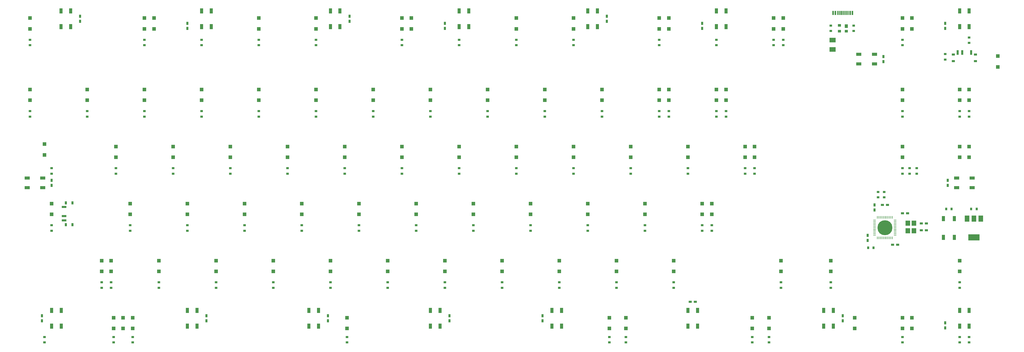
<source format=gbp>
G04 #@! TF.GenerationSoftware,KiCad,Pcbnew,(5.0.2)-1*
G04 #@! TF.CreationDate,2019-04-06T01:42:29-07:00*
G04 #@! TF.ProjectId,Voyager87,566f7961-6765-4723-9837-2e6b69636164,rev?*
G04 #@! TF.SameCoordinates,Original*
G04 #@! TF.FileFunction,Paste,Bot*
G04 #@! TF.FilePolarity,Positive*
%FSLAX46Y46*%
G04 Gerber Fmt 4.6, Leading zero omitted, Abs format (unit mm)*
G04 Created by KiCad (PCBNEW (5.0.2)-1) date 4/6/2019 1:42:29 AM*
%MOMM*%
%LPD*%
G01*
G04 APERTURE LIST*
%ADD10R,1.000000X1.200000*%
%ADD11R,1.000000X0.900000*%
%ADD12R,0.300000X1.450000*%
%ADD13R,0.600000X1.450000*%
%ADD14R,1.500000X2.000000*%
%ADD15R,3.800000X2.000000*%
%ADD16R,1.100000X1.800000*%
%ADD17R,0.700000X1.500000*%
%ADD18R,1.000000X0.800000*%
%ADD19R,0.800000X1.000000*%
%ADD20R,1.500000X0.700000*%
%ADD21R,1.000000X0.750000*%
%ADD22R,0.750000X1.000000*%
%ADD23R,1.200000X1.200000*%
%ADD24R,2.030000X1.650000*%
%ADD25R,0.900000X0.800000*%
%ADD26R,0.800000X0.900000*%
%ADD27R,1.500000X1.700000*%
%ADD28R,1.000000X1.800000*%
%ADD29R,1.800000X1.000000*%
%ADD30O,1.000000X0.250000*%
%ADD31O,0.250000X1.000000*%
%ADD32C,5.000000*%
G04 APERTURE END LIST*
D10*
G04 #@! TO.C,U2*
X327413000Y-39731250D03*
D11*
X325113000Y-39531250D03*
X327413000Y-41431250D03*
X325113000Y-41431250D03*
G04 #@! TD*
D12*
G04 #@! TO.C,USB1*
X325981250Y-35382125D03*
X326481250Y-35382125D03*
X326981250Y-35382125D03*
X325481250Y-35382125D03*
X327481250Y-35382125D03*
X324981250Y-35382125D03*
X327981250Y-35382125D03*
X324481250Y-35382125D03*
D13*
X323781250Y-35382125D03*
X328681250Y-35382125D03*
X323006250Y-35382125D03*
X329456250Y-35382125D03*
G04 #@! TD*
D14*
G04 #@! TO.C,Q1*
X367587500Y-104006250D03*
X372187500Y-104006250D03*
X369887500Y-104006250D03*
D15*
X369887500Y-110306250D03*
G04 #@! TD*
D16*
G04 #@! TO.C,SW1*
X363403125Y-110256250D03*
X359703125Y-104056250D03*
X359703125Y-110256250D03*
X363403125Y-104056250D03*
G04 #@! TD*
D17*
G04 #@! TO.C,SW2*
X368962500Y-48576250D03*
X365962500Y-48576250D03*
X364462500Y-48576250D03*
D18*
X370362500Y-51436250D03*
X363062500Y-51436250D03*
X363062500Y-49226250D03*
X370362500Y-49226250D03*
G04 #@! TD*
D19*
G04 #@! TO.C,SW3*
X67482500Y-98743750D03*
X67482500Y-106043750D03*
X69692500Y-106043750D03*
X69692500Y-98743750D03*
D20*
X66832500Y-104643750D03*
X66832500Y-103143750D03*
X66832500Y-100143750D03*
G04 #@! TD*
D21*
G04 #@! TO.C,C2*
X341083000Y-99441000D03*
X339383000Y-99441000D03*
G04 #@! TD*
G04 #@! TO.C,C3*
X354037000Y-107950000D03*
X352337000Y-107950000D03*
G04 #@! TD*
G04 #@! TO.C,C4*
X354037000Y-105664000D03*
X352337000Y-105664000D03*
G04 #@! TD*
D22*
G04 #@! TO.C,C5*
X336804000Y-99480000D03*
X336804000Y-101180000D03*
G04 #@! TD*
G04 #@! TO.C,C6*
X334518000Y-109640000D03*
X334518000Y-111340000D03*
G04 #@! TD*
D21*
G04 #@! TO.C,C7*
X344512000Y-112776000D03*
X342812000Y-112776000D03*
G04 #@! TD*
G04 #@! TO.C,C8*
X346114000Y-102235000D03*
X347814000Y-102235000D03*
G04 #@! TD*
D22*
G04 #@! TO.C,CRGB1*
X360362500Y-40537500D03*
X360362500Y-38837500D03*
G04 #@! TD*
G04 #@! TO.C,CRGB2*
X339725000Y-51650000D03*
X339725000Y-49950000D03*
G04 #@! TD*
G04 #@! TO.C,CRGB3*
X279400000Y-40537500D03*
X279400000Y-38837500D03*
G04 #@! TD*
G04 #@! TO.C,CRGB4*
X247650000Y-36456250D03*
X247650000Y-38156250D03*
G04 #@! TD*
G04 #@! TO.C,CRGB5*
X193675000Y-40537500D03*
X193675000Y-38837500D03*
G04 #@! TD*
G04 #@! TO.C,CRGB6*
X161925000Y-38156250D03*
X161925000Y-36456250D03*
G04 #@! TD*
G04 #@! TO.C,CRGB7*
X107950000Y-40537500D03*
X107950000Y-38837500D03*
G04 #@! TD*
G04 #@! TO.C,CRGB8*
X72231250Y-38156250D03*
X72231250Y-36456250D03*
G04 #@! TD*
G04 #@! TO.C,CRGB9*
X62706250Y-92925000D03*
X62706250Y-91225000D03*
G04 #@! TD*
G04 #@! TO.C,CRGB10*
X59531250Y-136468750D03*
X59531250Y-138168750D03*
G04 #@! TD*
G04 #@! TO.C,CRGB11*
X114300000Y-136468750D03*
X114300000Y-138168750D03*
G04 #@! TD*
G04 #@! TO.C,CRGB12*
X154781250Y-136468750D03*
X154781250Y-138168750D03*
G04 #@! TD*
G04 #@! TO.C,CRGB13*
X195262500Y-138168750D03*
X195262500Y-136468750D03*
G04 #@! TD*
G04 #@! TO.C,CRGB14*
X226218750Y-136468750D03*
X226218750Y-138168750D03*
G04 #@! TD*
D21*
G04 #@! TO.C,CRGB15*
X275375000Y-131762500D03*
X277075000Y-131762500D03*
G04 #@! TD*
D22*
G04 #@! TO.C,CRGB16*
X326231250Y-138168750D03*
X326231250Y-136468750D03*
G04 #@! TD*
G04 #@! TO.C,CRGB17*
X360362500Y-138850000D03*
X360362500Y-140550000D03*
G04 #@! TD*
G04 #@! TO.C,CRGB18*
X361156250Y-91225000D03*
X361156250Y-92925000D03*
G04 #@! TD*
D23*
G04 #@! TO.C,D1*
X55562500Y-37093750D03*
X55562500Y-40693750D03*
G04 #@! TD*
G04 #@! TO.C,D2*
X93662500Y-37093750D03*
X93662500Y-40693750D03*
G04 #@! TD*
G04 #@! TO.C,D3*
X96837500Y-37093750D03*
X96837500Y-40693750D03*
G04 #@! TD*
G04 #@! TO.C,D4*
X131762500Y-37093750D03*
X131762500Y-40693750D03*
G04 #@! TD*
G04 #@! TO.C,D5*
X150812500Y-40693750D03*
X150812500Y-37093750D03*
G04 #@! TD*
G04 #@! TO.C,D6*
X179387500Y-37093750D03*
X179387500Y-40693750D03*
G04 #@! TD*
G04 #@! TO.C,D7*
X182562500Y-37093750D03*
X182562500Y-40693750D03*
G04 #@! TD*
G04 #@! TO.C,D8*
X217487500Y-37093750D03*
X217487500Y-40693750D03*
G04 #@! TD*
G04 #@! TO.C,D9*
X236537500Y-40693750D03*
X236537500Y-37093750D03*
G04 #@! TD*
G04 #@! TO.C,D10*
X265112500Y-37093750D03*
X265112500Y-40693750D03*
G04 #@! TD*
G04 #@! TO.C,D11*
X268287500Y-40693750D03*
X268287500Y-37093750D03*
G04 #@! TD*
G04 #@! TO.C,D12*
X303212500Y-40693750D03*
X303212500Y-37093750D03*
G04 #@! TD*
G04 #@! TO.C,D13*
X306387500Y-40693750D03*
X306387500Y-37093750D03*
G04 #@! TD*
G04 #@! TO.C,D14*
X79375000Y-118056250D03*
X79375000Y-121656250D03*
G04 #@! TD*
G04 #@! TO.C,D17*
X55562500Y-60906250D03*
X55562500Y-64506250D03*
G04 #@! TD*
G04 #@! TO.C,D18*
X74612500Y-60906250D03*
X74612500Y-64506250D03*
G04 #@! TD*
G04 #@! TO.C,D19*
X93662500Y-60906250D03*
X93662500Y-64506250D03*
G04 #@! TD*
G04 #@! TO.C,D20*
X112712500Y-60906250D03*
X112712500Y-64506250D03*
G04 #@! TD*
G04 #@! TO.C,D21*
X131762500Y-60906250D03*
X131762500Y-64506250D03*
G04 #@! TD*
G04 #@! TO.C,D22*
X150812500Y-64506250D03*
X150812500Y-60906250D03*
G04 #@! TD*
G04 #@! TO.C,D23*
X169862500Y-60906250D03*
X169862500Y-64506250D03*
G04 #@! TD*
G04 #@! TO.C,D24*
X188912500Y-64506250D03*
X188912500Y-60906250D03*
G04 #@! TD*
G04 #@! TO.C,D25*
X207962500Y-64506250D03*
X207962500Y-60906250D03*
G04 #@! TD*
G04 #@! TO.C,D26*
X227012500Y-60906250D03*
X227012500Y-64506250D03*
G04 #@! TD*
G04 #@! TO.C,D27*
X246062500Y-64506250D03*
X246062500Y-60906250D03*
G04 #@! TD*
G04 #@! TO.C,D28*
X265112500Y-64506250D03*
X265112500Y-60906250D03*
G04 #@! TD*
G04 #@! TO.C,D29*
X268287500Y-60906250D03*
X268287500Y-64506250D03*
G04 #@! TD*
G04 #@! TO.C,D30*
X287337500Y-60906250D03*
X287337500Y-64506250D03*
G04 #@! TD*
G04 #@! TO.C,D31*
X284162500Y-60906250D03*
X284162500Y-64506250D03*
G04 #@! TD*
G04 #@! TO.C,D35*
X60325000Y-82762500D03*
X60325000Y-79162500D03*
G04 #@! TD*
G04 #@! TO.C,D36*
X84137500Y-79956250D03*
X84137500Y-83556250D03*
G04 #@! TD*
G04 #@! TO.C,D37*
X103187500Y-83556250D03*
X103187500Y-79956250D03*
G04 #@! TD*
G04 #@! TO.C,D38*
X122237500Y-83556250D03*
X122237500Y-79956250D03*
G04 #@! TD*
G04 #@! TO.C,D39*
X141287500Y-83556250D03*
X141287500Y-79956250D03*
G04 #@! TD*
G04 #@! TO.C,D40*
X160337500Y-83556250D03*
X160337500Y-79956250D03*
G04 #@! TD*
G04 #@! TO.C,D41*
X179387500Y-83556250D03*
X179387500Y-79956250D03*
G04 #@! TD*
G04 #@! TO.C,D42*
X198437500Y-83556250D03*
X198437500Y-79956250D03*
G04 #@! TD*
G04 #@! TO.C,D43*
X217487500Y-79956250D03*
X217487500Y-83556250D03*
G04 #@! TD*
G04 #@! TO.C,D44*
X236537500Y-83556250D03*
X236537500Y-79956250D03*
G04 #@! TD*
G04 #@! TO.C,D45*
X255587500Y-79956250D03*
X255587500Y-83556250D03*
G04 #@! TD*
G04 #@! TO.C,D46*
X274637500Y-83556250D03*
X274637500Y-79956250D03*
G04 #@! TD*
G04 #@! TO.C,D47*
X293687500Y-79956250D03*
X293687500Y-83556250D03*
G04 #@! TD*
G04 #@! TO.C,D48*
X296862500Y-83556250D03*
X296862500Y-79956250D03*
G04 #@! TD*
G04 #@! TO.C,D52*
X62706250Y-102606250D03*
X62706250Y-99006250D03*
G04 #@! TD*
G04 #@! TO.C,D53*
X88900000Y-99006250D03*
X88900000Y-102606250D03*
G04 #@! TD*
G04 #@! TO.C,D54*
X107950000Y-99006250D03*
X107950000Y-102606250D03*
G04 #@! TD*
G04 #@! TO.C,D55*
X127000000Y-102606250D03*
X127000000Y-99006250D03*
G04 #@! TD*
G04 #@! TO.C,D56*
X146050000Y-102606250D03*
X146050000Y-99006250D03*
G04 #@! TD*
G04 #@! TO.C,D57*
X165100000Y-102606250D03*
X165100000Y-99006250D03*
G04 #@! TD*
G04 #@! TO.C,D58*
X184150000Y-102606250D03*
X184150000Y-99006250D03*
G04 #@! TD*
G04 #@! TO.C,D59*
X203200000Y-102606250D03*
X203200000Y-99006250D03*
G04 #@! TD*
G04 #@! TO.C,D60*
X222250000Y-99006250D03*
X222250000Y-102606250D03*
G04 #@! TD*
G04 #@! TO.C,D61*
X241300000Y-102606250D03*
X241300000Y-99006250D03*
G04 #@! TD*
G04 #@! TO.C,D62*
X260350000Y-102606250D03*
X260350000Y-99006250D03*
G04 #@! TD*
G04 #@! TO.C,D63*
X279400000Y-99006250D03*
X279400000Y-102606250D03*
G04 #@! TD*
G04 #@! TO.C,D65*
X282575000Y-102606250D03*
X282575000Y-99006250D03*
G04 #@! TD*
G04 #@! TO.C,D66*
X322262500Y-118056250D03*
X322262500Y-121656250D03*
G04 #@! TD*
G04 #@! TO.C,D67*
X82550000Y-118056250D03*
X82550000Y-121656250D03*
G04 #@! TD*
G04 #@! TO.C,D68*
X98425000Y-118056250D03*
X98425000Y-121656250D03*
G04 #@! TD*
G04 #@! TO.C,D69*
X117475000Y-121656250D03*
X117475000Y-118056250D03*
G04 #@! TD*
G04 #@! TO.C,D70*
X136525000Y-121656250D03*
X136525000Y-118056250D03*
G04 #@! TD*
G04 #@! TO.C,D71*
X155575000Y-121656250D03*
X155575000Y-118056250D03*
G04 #@! TD*
G04 #@! TO.C,D72*
X174625000Y-118056250D03*
X174625000Y-121656250D03*
G04 #@! TD*
G04 #@! TO.C,D73*
X193675000Y-118056250D03*
X193675000Y-121656250D03*
G04 #@! TD*
G04 #@! TO.C,D74*
X212725000Y-121656250D03*
X212725000Y-118056250D03*
G04 #@! TD*
G04 #@! TO.C,D75*
X231775000Y-121656250D03*
X231775000Y-118056250D03*
G04 #@! TD*
G04 #@! TO.C,D76*
X250825000Y-121656250D03*
X250825000Y-118056250D03*
G04 #@! TD*
G04 #@! TO.C,D77*
X269875000Y-118056250D03*
X269875000Y-121656250D03*
G04 #@! TD*
G04 #@! TO.C,D78*
X305593750Y-121656250D03*
X305593750Y-118056250D03*
G04 #@! TD*
G04 #@! TO.C,D81*
X296068750Y-140706250D03*
X296068750Y-137106250D03*
G04 #@! TD*
G04 #@! TO.C,D82*
X301625000Y-140706250D03*
X301625000Y-137106250D03*
G04 #@! TD*
G04 #@! TO.C,D84*
X86518750Y-140706250D03*
X86518750Y-137106250D03*
G04 #@! TD*
G04 #@! TO.C,D85*
X83343750Y-140706250D03*
X83343750Y-137106250D03*
G04 #@! TD*
G04 #@! TO.C,D86*
X89693750Y-137106250D03*
X89693750Y-140706250D03*
G04 #@! TD*
G04 #@! TO.C,D87*
X161131250Y-137106250D03*
X161131250Y-140706250D03*
G04 #@! TD*
G04 #@! TO.C,D90*
X248443750Y-140706250D03*
X248443750Y-137106250D03*
G04 #@! TD*
G04 #@! TO.C,D91*
X254000000Y-137106250D03*
X254000000Y-140706250D03*
G04 #@! TD*
G04 #@! TO.C,D92*
X346075000Y-40693750D03*
X346075000Y-37093750D03*
G04 #@! TD*
G04 #@! TO.C,D93*
X349250000Y-37093750D03*
X349250000Y-40693750D03*
G04 #@! TD*
G04 #@! TO.C,D94*
X377825000Y-49793750D03*
X377825000Y-53393750D03*
G04 #@! TD*
G04 #@! TO.C,D95*
X346075000Y-64506250D03*
X346075000Y-60906250D03*
G04 #@! TD*
G04 #@! TO.C,D96*
X365125000Y-60906250D03*
X365125000Y-64506250D03*
G04 #@! TD*
G04 #@! TO.C,D97*
X368300000Y-64506250D03*
X368300000Y-60906250D03*
G04 #@! TD*
G04 #@! TO.C,D99*
X346075000Y-79956250D03*
X346075000Y-83556250D03*
G04 #@! TD*
G04 #@! TO.C,D100*
X365125000Y-79956250D03*
X365125000Y-83556250D03*
G04 #@! TD*
G04 #@! TO.C,D101*
X368300000Y-79956250D03*
X368300000Y-83556250D03*
G04 #@! TD*
G04 #@! TO.C,D108*
X365125000Y-118056250D03*
X365125000Y-121656250D03*
G04 #@! TD*
G04 #@! TO.C,D111*
X330200000Y-137106250D03*
X330200000Y-140706250D03*
G04 #@! TD*
G04 #@! TO.C,D112*
X349250000Y-140706250D03*
X349250000Y-137106250D03*
G04 #@! TD*
G04 #@! TO.C,D113*
X346075000Y-137106250D03*
X346075000Y-140706250D03*
G04 #@! TD*
D24*
G04 #@! TO.C,F1*
X322834000Y-44394000D03*
X322834000Y-47554000D03*
G04 #@! TD*
D25*
G04 #@! TO.C,R1*
X55562500Y-44343750D03*
X55562500Y-46143750D03*
G04 #@! TD*
G04 #@! TO.C,R2*
X93662500Y-46143750D03*
X93662500Y-44343750D03*
G04 #@! TD*
G04 #@! TO.C,R3*
X112712500Y-44343750D03*
X112712500Y-46143750D03*
G04 #@! TD*
G04 #@! TO.C,R4*
X131762500Y-46143750D03*
X131762500Y-44343750D03*
G04 #@! TD*
G04 #@! TO.C,R5*
X150812500Y-46143750D03*
X150812500Y-44343750D03*
G04 #@! TD*
G04 #@! TO.C,R6*
X179387500Y-44343750D03*
X179387500Y-46143750D03*
G04 #@! TD*
G04 #@! TO.C,R7*
X198437500Y-44343750D03*
X198437500Y-46143750D03*
G04 #@! TD*
G04 #@! TO.C,R8*
X217487500Y-46143750D03*
X217487500Y-44343750D03*
G04 #@! TD*
G04 #@! TO.C,R9*
X236537500Y-44343750D03*
X236537500Y-46143750D03*
G04 #@! TD*
G04 #@! TO.C,R10*
X265112500Y-46143750D03*
X265112500Y-44343750D03*
G04 #@! TD*
G04 #@! TO.C,R11*
X284162500Y-44343750D03*
X284162500Y-46143750D03*
G04 #@! TD*
G04 #@! TO.C,R12*
X303212500Y-44343750D03*
X303212500Y-46143750D03*
G04 #@! TD*
G04 #@! TO.C,R13*
X306387500Y-44343750D03*
X306387500Y-46143750D03*
G04 #@! TD*
G04 #@! TO.C,R14*
X79375000Y-127106250D03*
X79375000Y-125306250D03*
G04 #@! TD*
G04 #@! TO.C,R16*
X346075000Y-44343750D03*
X346075000Y-46143750D03*
G04 #@! TD*
G04 #@! TO.C,R17*
X55562500Y-69956250D03*
X55562500Y-68156250D03*
G04 #@! TD*
G04 #@! TO.C,R18*
X74612500Y-69956250D03*
X74612500Y-68156250D03*
G04 #@! TD*
G04 #@! TO.C,R19*
X93662500Y-69956250D03*
X93662500Y-68156250D03*
G04 #@! TD*
G04 #@! TO.C,R20*
X112712500Y-68156250D03*
X112712500Y-69956250D03*
G04 #@! TD*
G04 #@! TO.C,R21*
X131762500Y-69956250D03*
X131762500Y-68156250D03*
G04 #@! TD*
G04 #@! TO.C,R22*
X150812500Y-68156250D03*
X150812500Y-69956250D03*
G04 #@! TD*
G04 #@! TO.C,R23*
X169862500Y-69956250D03*
X169862500Y-68156250D03*
G04 #@! TD*
G04 #@! TO.C,R24*
X188912500Y-68156250D03*
X188912500Y-69956250D03*
G04 #@! TD*
G04 #@! TO.C,R25*
X207962500Y-69956250D03*
X207962500Y-68156250D03*
G04 #@! TD*
G04 #@! TO.C,R26*
X227012500Y-68156250D03*
X227012500Y-69956250D03*
G04 #@! TD*
G04 #@! TO.C,R27*
X246062500Y-69956250D03*
X246062500Y-68156250D03*
G04 #@! TD*
G04 #@! TO.C,R28*
X265112500Y-68156250D03*
X265112500Y-69956250D03*
G04 #@! TD*
G04 #@! TO.C,R29*
X268287500Y-69956250D03*
X268287500Y-68156250D03*
G04 #@! TD*
G04 #@! TO.C,R30*
X287337500Y-69956250D03*
X287337500Y-68156250D03*
G04 #@! TD*
G04 #@! TO.C,R31*
X284162500Y-68156250D03*
X284162500Y-69956250D03*
G04 #@! TD*
G04 #@! TO.C,R32*
X360362500Y-50906250D03*
X360362500Y-49106250D03*
G04 #@! TD*
G04 #@! TO.C,R33*
X368300000Y-43550000D03*
X368300000Y-45350000D03*
G04 #@! TD*
G04 #@! TO.C,R35*
X62706250Y-89006250D03*
X62706250Y-87206250D03*
G04 #@! TD*
G04 #@! TO.C,R36*
X84137500Y-87206250D03*
X84137500Y-89006250D03*
G04 #@! TD*
G04 #@! TO.C,R37*
X103187500Y-89006250D03*
X103187500Y-87206250D03*
G04 #@! TD*
G04 #@! TO.C,R38*
X122237500Y-87206250D03*
X122237500Y-89006250D03*
G04 #@! TD*
G04 #@! TO.C,R39*
X141287500Y-89006250D03*
X141287500Y-87206250D03*
G04 #@! TD*
G04 #@! TO.C,R40*
X160337500Y-87206250D03*
X160337500Y-89006250D03*
G04 #@! TD*
G04 #@! TO.C,R41*
X179387500Y-89006250D03*
X179387500Y-87206250D03*
G04 #@! TD*
G04 #@! TO.C,R42*
X198437500Y-87206250D03*
X198437500Y-89006250D03*
G04 #@! TD*
G04 #@! TO.C,R43*
X217487500Y-87206250D03*
X217487500Y-89006250D03*
G04 #@! TD*
G04 #@! TO.C,R44*
X236537500Y-89006250D03*
X236537500Y-87206250D03*
G04 #@! TD*
G04 #@! TO.C,R45*
X255587500Y-87206250D03*
X255587500Y-89006250D03*
G04 #@! TD*
G04 #@! TO.C,R46*
X274637500Y-89006250D03*
X274637500Y-87206250D03*
G04 #@! TD*
G04 #@! TO.C,R47*
X293687500Y-87206250D03*
X293687500Y-89006250D03*
G04 #@! TD*
G04 #@! TO.C,R48*
X296862500Y-89006250D03*
X296862500Y-87206250D03*
G04 #@! TD*
G04 #@! TO.C,R52*
X62706250Y-106256250D03*
X62706250Y-108056250D03*
G04 #@! TD*
G04 #@! TO.C,R53*
X88900000Y-108056250D03*
X88900000Y-106256250D03*
G04 #@! TD*
G04 #@! TO.C,R54*
X107950000Y-106256250D03*
X107950000Y-108056250D03*
G04 #@! TD*
G04 #@! TO.C,R55*
X127000000Y-108056250D03*
X127000000Y-106256250D03*
G04 #@! TD*
G04 #@! TO.C,R56*
X146050000Y-106256250D03*
X146050000Y-108056250D03*
G04 #@! TD*
G04 #@! TO.C,R57*
X165100000Y-108056250D03*
X165100000Y-106256250D03*
G04 #@! TD*
G04 #@! TO.C,R58*
X184150000Y-106256250D03*
X184150000Y-108056250D03*
G04 #@! TD*
G04 #@! TO.C,R59*
X203200000Y-108056250D03*
X203200000Y-106256250D03*
G04 #@! TD*
G04 #@! TO.C,R60*
X222250000Y-106256250D03*
X222250000Y-108056250D03*
G04 #@! TD*
G04 #@! TO.C,R61*
X241300000Y-108056250D03*
X241300000Y-106256250D03*
G04 #@! TD*
G04 #@! TO.C,R62*
X260350000Y-106256250D03*
X260350000Y-108056250D03*
G04 #@! TD*
G04 #@! TO.C,R63*
X279400000Y-108056250D03*
X279400000Y-106256250D03*
G04 #@! TD*
G04 #@! TO.C,R65*
X282575000Y-106256250D03*
X282575000Y-108056250D03*
G04 #@! TD*
G04 #@! TO.C,R66*
X322262500Y-125306250D03*
X322262500Y-127106250D03*
G04 #@! TD*
G04 #@! TO.C,R67*
X82550000Y-125306250D03*
X82550000Y-127106250D03*
G04 #@! TD*
G04 #@! TO.C,R68*
X98425000Y-127106250D03*
X98425000Y-125306250D03*
G04 #@! TD*
G04 #@! TO.C,R69*
X117475000Y-125306250D03*
X117475000Y-127106250D03*
G04 #@! TD*
G04 #@! TO.C,R70*
X136525000Y-125306250D03*
X136525000Y-127106250D03*
G04 #@! TD*
G04 #@! TO.C,R71*
X155575000Y-127106250D03*
X155575000Y-125306250D03*
G04 #@! TD*
G04 #@! TO.C,R72*
X174625000Y-125306250D03*
X174625000Y-127106250D03*
G04 #@! TD*
G04 #@! TO.C,R73*
X193675000Y-127106250D03*
X193675000Y-125306250D03*
G04 #@! TD*
G04 #@! TO.C,R74*
X212725000Y-125306250D03*
X212725000Y-127106250D03*
G04 #@! TD*
G04 #@! TO.C,R75*
X231775000Y-127106250D03*
X231775000Y-125306250D03*
G04 #@! TD*
G04 #@! TO.C,R76*
X250825000Y-125306250D03*
X250825000Y-127106250D03*
G04 #@! TD*
G04 #@! TO.C,R77*
X269875000Y-127106250D03*
X269875000Y-125306250D03*
G04 #@! TD*
G04 #@! TO.C,R78*
X305593750Y-127106250D03*
X305593750Y-125306250D03*
G04 #@! TD*
G04 #@! TO.C,R81*
X296068750Y-145362500D03*
X296068750Y-143562500D03*
G04 #@! TD*
G04 #@! TO.C,R82*
X301625000Y-143562500D03*
X301625000Y-145362500D03*
G04 #@! TD*
G04 #@! TO.C,R84*
X60325000Y-145362500D03*
X60325000Y-143562500D03*
G04 #@! TD*
G04 #@! TO.C,R85*
X83343750Y-143562500D03*
X83343750Y-145362500D03*
G04 #@! TD*
G04 #@! TO.C,R86*
X89693750Y-145362500D03*
X89693750Y-143562500D03*
G04 #@! TD*
G04 #@! TO.C,R87*
X161131250Y-143562500D03*
X161131250Y-145362500D03*
G04 #@! TD*
G04 #@! TO.C,R90*
X248443750Y-145362500D03*
X248443750Y-143562500D03*
G04 #@! TD*
G04 #@! TO.C,R91*
X254000000Y-143562500D03*
X254000000Y-145362500D03*
G04 #@! TD*
G04 #@! TO.C,R95*
X346075000Y-69956250D03*
X346075000Y-68156250D03*
G04 #@! TD*
G04 #@! TO.C,R96*
X365125000Y-69956250D03*
X365125000Y-68156250D03*
G04 #@! TD*
G04 #@! TO.C,R97*
X368300000Y-69956250D03*
X368300000Y-68156250D03*
G04 #@! TD*
G04 #@! TO.C,R99*
X346075000Y-87206250D03*
X346075000Y-89006250D03*
G04 #@! TD*
G04 #@! TO.C,R100*
X350837500Y-89006250D03*
X350837500Y-87206250D03*
G04 #@! TD*
G04 #@! TO.C,R101*
X348456250Y-87206250D03*
X348456250Y-89006250D03*
G04 #@! TD*
G04 #@! TO.C,R108*
X365125000Y-125306250D03*
X365125000Y-127106250D03*
G04 #@! TD*
G04 #@! TO.C,R111*
X346075000Y-145362500D03*
X346075000Y-143562500D03*
G04 #@! TD*
G04 #@! TO.C,R112*
X365125000Y-143562500D03*
X365125000Y-145362500D03*
G04 #@! TD*
G04 #@! TO.C,R113*
X368300000Y-145362500D03*
X368300000Y-143562500D03*
G04 #@! TD*
G04 #@! TO.C,RC1*
X337947000Y-95112000D03*
X337947000Y-96912000D03*
G04 #@! TD*
G04 #@! TO.C,RC2*
X339979000Y-96912000D03*
X339979000Y-95112000D03*
G04 #@! TD*
D26*
G04 #@! TO.C,RC3*
X362453125Y-100806250D03*
X360653125Y-100806250D03*
G04 #@! TD*
G04 #@! TO.C,RC4*
X334634000Y-113792000D03*
X336434000Y-113792000D03*
G04 #@! TD*
G04 #@! TO.C,RC5*
X370787500Y-100806250D03*
X368987500Y-100806250D03*
G04 #@! TD*
D25*
G04 #@! TO.C,RC6*
X322262500Y-41381250D03*
X322262500Y-39581250D03*
G04 #@! TD*
G04 #@! TO.C,RC7*
X329803125Y-39581250D03*
X329803125Y-41381250D03*
G04 #@! TD*
D27*
G04 #@! TO.C,Y1*
X349869000Y-108057000D03*
X349869000Y-105557000D03*
X347869000Y-105557000D03*
X347869000Y-108057000D03*
G04 #@! TD*
D28*
G04 #@! TO.C,RGB1*
X368312500Y-39906250D03*
X365112500Y-39906250D03*
X368312500Y-34706250D03*
X365112500Y-34706250D03*
G04 #@! TD*
D29*
G04 #@! TO.C,RGB2*
X331568750Y-52400000D03*
X331568750Y-49200000D03*
X336768750Y-52400000D03*
X336768750Y-49200000D03*
G04 #@! TD*
D28*
G04 #@! TO.C,RGB3*
X287350000Y-39906250D03*
X284150000Y-39906250D03*
X287350000Y-34706250D03*
X284150000Y-34706250D03*
G04 #@! TD*
G04 #@! TO.C,RGB4*
X241287500Y-34706250D03*
X244487500Y-34706250D03*
X241287500Y-39906250D03*
X244487500Y-39906250D03*
G04 #@! TD*
G04 #@! TO.C,RGB5*
X201625000Y-39906250D03*
X198425000Y-39906250D03*
X201625000Y-34706250D03*
X198425000Y-34706250D03*
G04 #@! TD*
G04 #@! TO.C,RGB6*
X158762500Y-39906250D03*
X155562500Y-39906250D03*
X158762500Y-34706250D03*
X155562500Y-34706250D03*
G04 #@! TD*
G04 #@! TO.C,RGB7*
X115900000Y-39906250D03*
X112700000Y-39906250D03*
X115900000Y-34706250D03*
X112700000Y-34706250D03*
G04 #@! TD*
G04 #@! TO.C,RGB8*
X69068750Y-39906250D03*
X65868750Y-39906250D03*
X69068750Y-34706250D03*
X65868750Y-34706250D03*
G04 #@! TD*
D29*
G04 #@! TO.C,RGB9*
X59750000Y-90475000D03*
X59750000Y-93675000D03*
X54550000Y-90475000D03*
X54550000Y-93675000D03*
G04 #@! TD*
D28*
G04 #@! TO.C,RGB10*
X62693750Y-134718750D03*
X65893750Y-134718750D03*
X62693750Y-139918750D03*
X65893750Y-139918750D03*
G04 #@! TD*
G04 #@! TO.C,RGB11*
X107937500Y-134718750D03*
X111137500Y-134718750D03*
X107937500Y-139918750D03*
X111137500Y-139918750D03*
G04 #@! TD*
G04 #@! TO.C,RGB12*
X148418750Y-134718750D03*
X151618750Y-134718750D03*
X148418750Y-139918750D03*
X151618750Y-139918750D03*
G04 #@! TD*
G04 #@! TO.C,RGB13*
X192100000Y-139918750D03*
X188900000Y-139918750D03*
X192100000Y-134718750D03*
X188900000Y-134718750D03*
G04 #@! TD*
G04 #@! TO.C,RGB14*
X229381250Y-134718750D03*
X232581250Y-134718750D03*
X229381250Y-139918750D03*
X232581250Y-139918750D03*
G04 #@! TD*
G04 #@! TO.C,RGB15*
X274625000Y-134718750D03*
X277825000Y-134718750D03*
X274625000Y-139918750D03*
X277825000Y-139918750D03*
G04 #@! TD*
G04 #@! TO.C,RGB16*
X323068750Y-139918750D03*
X319868750Y-139918750D03*
X323068750Y-134718750D03*
X319868750Y-134718750D03*
G04 #@! TD*
G04 #@! TO.C,RGB17*
X365112500Y-134718750D03*
X368312500Y-134718750D03*
X365112500Y-139918750D03*
X368312500Y-139918750D03*
G04 #@! TD*
D29*
G04 #@! TO.C,RGB18*
X364112500Y-93675000D03*
X364112500Y-90475000D03*
X369312500Y-93675000D03*
X369312500Y-90475000D03*
G04 #@! TD*
D30*
G04 #@! TO.C,U1*
X336817125Y-104545125D03*
X336817125Y-105045125D03*
X336817125Y-105545125D03*
X336817125Y-106045125D03*
X336817125Y-106545125D03*
X336817125Y-107045125D03*
X336817125Y-107545125D03*
X336817125Y-108045125D03*
X336817125Y-108545125D03*
X336817125Y-109045125D03*
X336817125Y-109545125D03*
D31*
X337717125Y-110445125D03*
X338217125Y-110445125D03*
X338717125Y-110445125D03*
X339217125Y-110445125D03*
X339717125Y-110445125D03*
X340217125Y-110445125D03*
X340717125Y-110445125D03*
X341217125Y-110445125D03*
X341717125Y-110445125D03*
X342217125Y-110445125D03*
X342717125Y-110445125D03*
D30*
X343617125Y-109545125D03*
X343617125Y-109045125D03*
X343617125Y-108545125D03*
X343617125Y-108045125D03*
X343617125Y-107545125D03*
X343617125Y-107045125D03*
X343617125Y-106545125D03*
X343617125Y-106045125D03*
X343617125Y-105545125D03*
X343617125Y-105045125D03*
X343617125Y-104545125D03*
D31*
X342717125Y-103645125D03*
X342217125Y-103645125D03*
X341717125Y-103645125D03*
X341217125Y-103645125D03*
X340717125Y-103645125D03*
X340217125Y-103645125D03*
X339717125Y-103645125D03*
X339217125Y-103645125D03*
X338717125Y-103645125D03*
X338217125Y-103645125D03*
X337717125Y-103645125D03*
D32*
X340217125Y-107045125D03*
G04 #@! TD*
M02*

</source>
